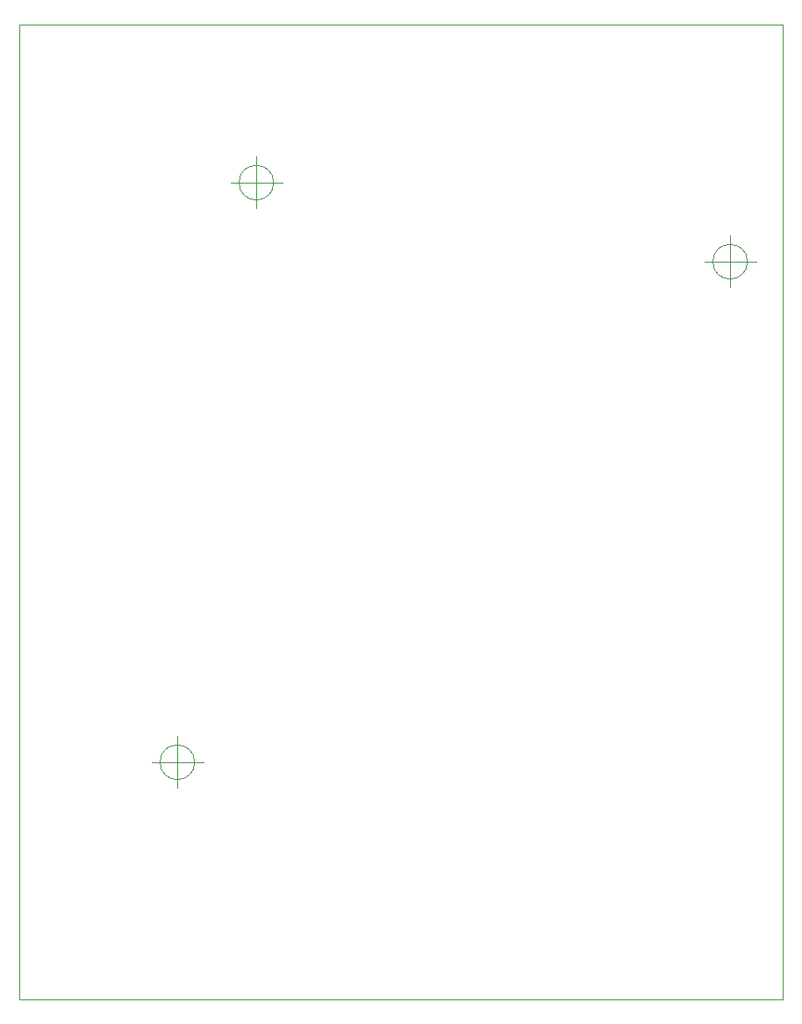
<source format=gbr>
%TF.GenerationSoftware,KiCad,Pcbnew,7.0.2-6a45011f42~172~ubuntu22.04.1*%
%TF.CreationDate,2023-05-07T23:21:14+04:00*%
%TF.ProjectId,PCB 1,50434220-312e-46b6-9963-61645f706362,rev?*%
%TF.SameCoordinates,Original*%
%TF.FileFunction,Profile,NP*%
%FSLAX46Y46*%
G04 Gerber Fmt 4.6, Leading zero omitted, Abs format (unit mm)*
G04 Created by KiCad (PCBNEW 7.0.2-6a45011f42~172~ubuntu22.04.1) date 2023-05-07 23:21:14*
%MOMM*%
%LPD*%
G01*
G04 APERTURE LIST*
%TA.AperFunction,Profile*%
%ADD10C,0.050000*%
%TD*%
G04 APERTURE END LIST*
D10*
X104140000Y-20320000D02*
X104140000Y-114300000D01*
X104140000Y-114300000D02*
X30480000Y-114300000D01*
X30480000Y-114300000D02*
X30480000Y-20320000D01*
X30480000Y-20320000D02*
X104140000Y-20320000D01*
X55006666Y-35560000D02*
G75*
G03*
X55006666Y-35560000I-1666666J0D01*
G01*
X50840000Y-35560000D02*
X55840000Y-35560000D01*
X53340000Y-33060000D02*
X53340000Y-38060000D01*
X100726666Y-43180000D02*
G75*
G03*
X100726666Y-43180000I-1666666J0D01*
G01*
X96560000Y-43180000D02*
X101560000Y-43180000D01*
X99060000Y-40680000D02*
X99060000Y-45680000D01*
X47386666Y-91440000D02*
G75*
G03*
X47386666Y-91440000I-1666666J0D01*
G01*
X43220000Y-91440000D02*
X48220000Y-91440000D01*
X45720000Y-88940000D02*
X45720000Y-93940000D01*
M02*

</source>
